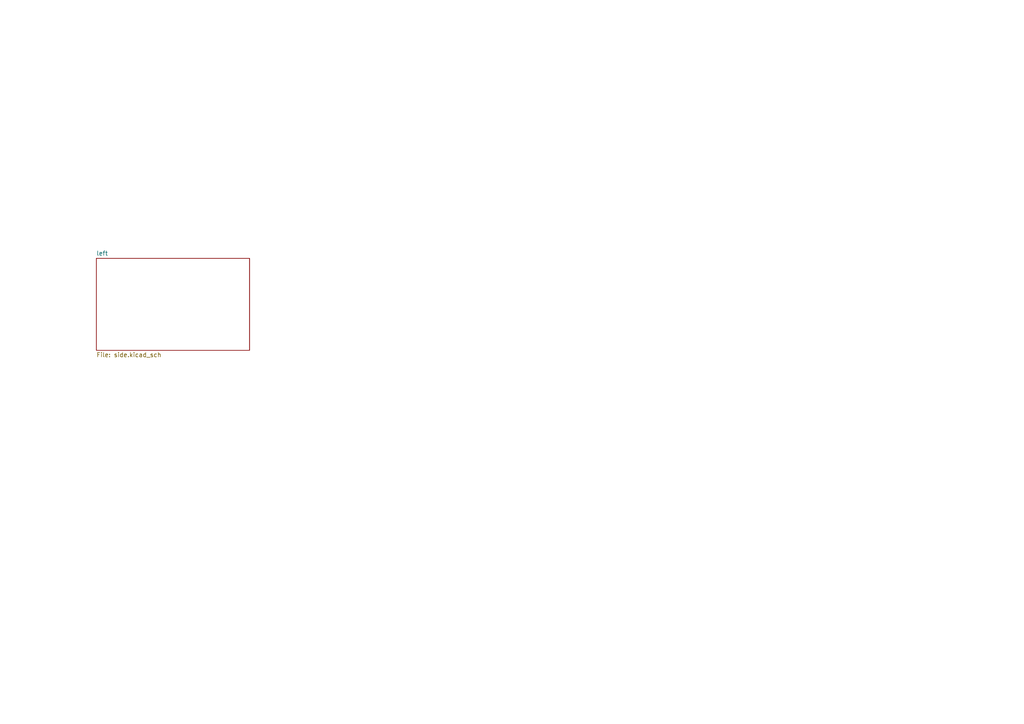
<source format=kicad_sch>
(kicad_sch
	(version 20250114)
	(generator "eeschema")
	(generator_version "9.0")
	(uuid "5550f63f-844b-4413-8c11-482c6d5d7fa1")
	(paper "A4")
	(lib_symbols)
	(sheet
		(at 27.94 74.93)
		(size 44.45 26.67)
		(exclude_from_sim no)
		(in_bom yes)
		(on_board yes)
		(dnp no)
		(fields_autoplaced yes)
		(stroke
			(width 0.1524)
			(type solid)
		)
		(fill
			(color 0 0 0 0.0000)
		)
		(uuid "83c80b16-00c3-41a6-b357-9998a2addd12")
		(property "Sheetname" "left"
			(at 27.94 74.2184 0)
			(effects
				(font
					(size 1.27 1.27)
				)
				(justify left bottom)
			)
		)
		(property "Sheetfile" "side.kicad_sch"
			(at 27.94 102.1846 0)
			(effects
				(font
					(size 1.27 1.27)
				)
				(justify left top)
			)
		)
		(instances
			(project "termite42_viatest"
				(path "/5550f63f-844b-4413-8c11-482c6d5d7fa1"
					(page "2")
				)
			)
		)
	)
	(sheet_instances
		(path "/"
			(page "1")
		)
	)
	(embedded_fonts no)
)

</source>
